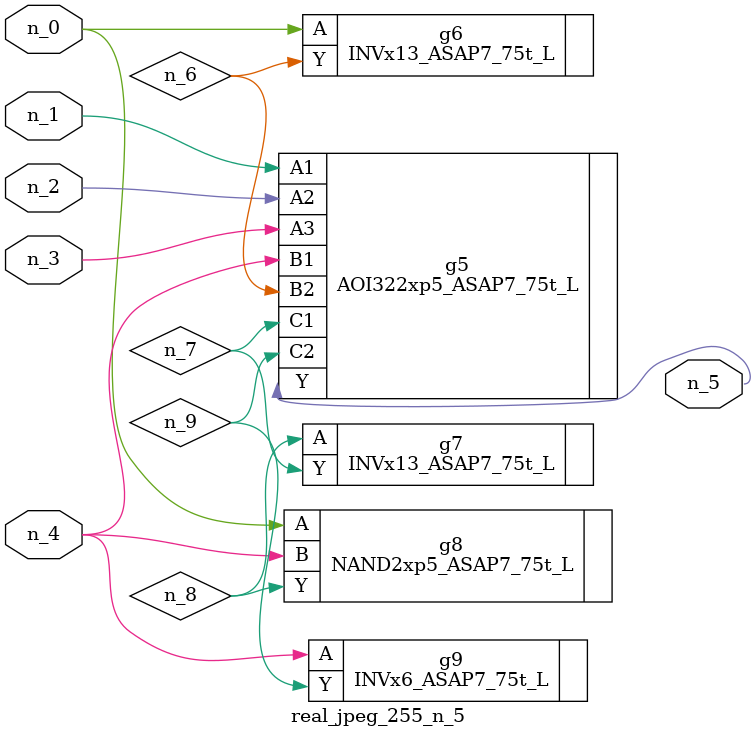
<source format=v>
module real_jpeg_255_n_5 (n_4, n_0, n_1, n_2, n_3, n_5);

input n_4;
input n_0;
input n_1;
input n_2;
input n_3;

output n_5;

wire n_8;
wire n_6;
wire n_7;
wire n_9;

INVx13_ASAP7_75t_L g6 ( 
.A(n_0),
.Y(n_6)
);

NAND2xp5_ASAP7_75t_L g8 ( 
.A(n_0),
.B(n_4),
.Y(n_8)
);

AOI322xp5_ASAP7_75t_L g5 ( 
.A1(n_1),
.A2(n_2),
.A3(n_3),
.B1(n_4),
.B2(n_6),
.C1(n_7),
.C2(n_9),
.Y(n_5)
);

INVx6_ASAP7_75t_L g9 ( 
.A(n_4),
.Y(n_9)
);

INVx13_ASAP7_75t_L g7 ( 
.A(n_8),
.Y(n_7)
);


endmodule
</source>
